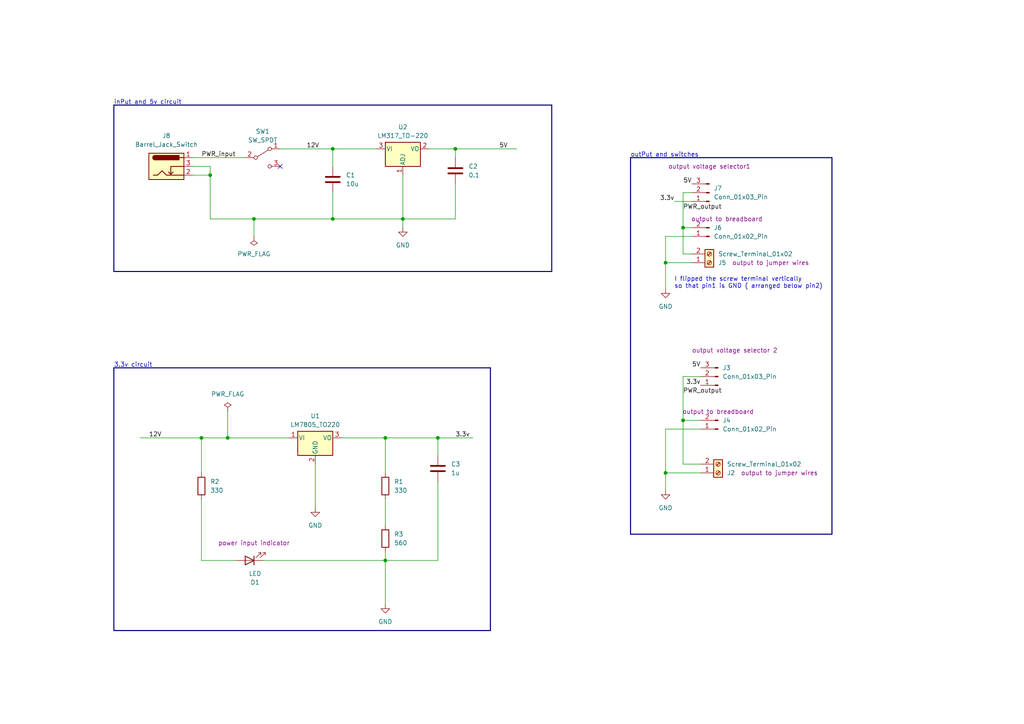
<source format=kicad_sch>
(kicad_sch (version 20230121) (generator eeschema)

  (uuid 43909810-9f03-4e15-a9c6-d2850e9e3400)

  (paper "A4")

  (title_block
    (title "learning kicad witha simple project")
    (date "2023-08-30")
    (rev "1")
    (comment 1 "palli kumar")
  )

  (lib_symbols
    (symbol "Connector:Barrel_Jack_Switch" (pin_names hide) (in_bom yes) (on_board yes)
      (property "Reference" "J" (at 0 5.334 0)
        (effects (font (size 1.27 1.27)))
      )
      (property "Value" "Barrel_Jack_Switch" (at 0 -5.08 0)
        (effects (font (size 1.27 1.27)))
      )
      (property "Footprint" "" (at 1.27 -1.016 0)
        (effects (font (size 1.27 1.27)) hide)
      )
      (property "Datasheet" "~" (at 1.27 -1.016 0)
        (effects (font (size 1.27 1.27)) hide)
      )
      (property "ki_keywords" "DC power barrel jack connector" (at 0 0 0)
        (effects (font (size 1.27 1.27)) hide)
      )
      (property "ki_description" "DC Barrel Jack with an internal switch" (at 0 0 0)
        (effects (font (size 1.27 1.27)) hide)
      )
      (property "ki_fp_filters" "BarrelJack*" (at 0 0 0)
        (effects (font (size 1.27 1.27)) hide)
      )
      (symbol "Barrel_Jack_Switch_0_1"
        (rectangle (start -5.08 3.81) (end 5.08 -3.81)
          (stroke (width 0.254) (type default))
          (fill (type background))
        )
        (arc (start -3.302 3.175) (mid -3.9343 2.54) (end -3.302 1.905)
          (stroke (width 0.254) (type default))
          (fill (type none))
        )
        (arc (start -3.302 3.175) (mid -3.9343 2.54) (end -3.302 1.905)
          (stroke (width 0.254) (type default))
          (fill (type outline))
        )
        (polyline
          (pts
            (xy 1.27 -2.286)
            (xy 1.905 -1.651)
          )
          (stroke (width 0.254) (type default))
          (fill (type none))
        )
        (polyline
          (pts
            (xy 5.08 2.54)
            (xy 3.81 2.54)
          )
          (stroke (width 0.254) (type default))
          (fill (type none))
        )
        (polyline
          (pts
            (xy 5.08 0)
            (xy 1.27 0)
            (xy 1.27 -2.286)
            (xy 0.635 -1.651)
          )
          (stroke (width 0.254) (type default))
          (fill (type none))
        )
        (polyline
          (pts
            (xy -3.81 -2.54)
            (xy -2.54 -2.54)
            (xy -1.27 -1.27)
            (xy 0 -2.54)
            (xy 2.54 -2.54)
            (xy 5.08 -2.54)
          )
          (stroke (width 0.254) (type default))
          (fill (type none))
        )
        (rectangle (start 3.683 3.175) (end -3.302 1.905)
          (stroke (width 0.254) (type default))
          (fill (type outline))
        )
      )
      (symbol "Barrel_Jack_Switch_1_1"
        (pin passive line (at 7.62 2.54 180) (length 2.54)
          (name "~" (effects (font (size 1.27 1.27))))
          (number "1" (effects (font (size 1.27 1.27))))
        )
        (pin passive line (at 7.62 -2.54 180) (length 2.54)
          (name "~" (effects (font (size 1.27 1.27))))
          (number "2" (effects (font (size 1.27 1.27))))
        )
        (pin passive line (at 7.62 0 180) (length 2.54)
          (name "~" (effects (font (size 1.27 1.27))))
          (number "3" (effects (font (size 1.27 1.27))))
        )
      )
    )
    (symbol "Connector:Conn_01x02_Pin" (pin_names (offset 1.016) hide) (in_bom yes) (on_board yes)
      (property "Reference" "J" (at 0 2.54 0)
        (effects (font (size 1.27 1.27)))
      )
      (property "Value" "Conn_01x02_Pin" (at 0 -5.08 0)
        (effects (font (size 1.27 1.27)))
      )
      (property "Footprint" "" (at 0 0 0)
        (effects (font (size 1.27 1.27)) hide)
      )
      (property "Datasheet" "~" (at 0 0 0)
        (effects (font (size 1.27 1.27)) hide)
      )
      (property "ki_locked" "" (at 0 0 0)
        (effects (font (size 1.27 1.27)))
      )
      (property "ki_keywords" "connector" (at 0 0 0)
        (effects (font (size 1.27 1.27)) hide)
      )
      (property "ki_description" "Generic connector, single row, 01x02, script generated" (at 0 0 0)
        (effects (font (size 1.27 1.27)) hide)
      )
      (property "ki_fp_filters" "Connector*:*_1x??_*" (at 0 0 0)
        (effects (font (size 1.27 1.27)) hide)
      )
      (symbol "Conn_01x02_Pin_1_1"
        (polyline
          (pts
            (xy 1.27 -2.54)
            (xy 0.8636 -2.54)
          )
          (stroke (width 0.1524) (type default))
          (fill (type none))
        )
        (polyline
          (pts
            (xy 1.27 0)
            (xy 0.8636 0)
          )
          (stroke (width 0.1524) (type default))
          (fill (type none))
        )
        (rectangle (start 0.8636 -2.413) (end 0 -2.667)
          (stroke (width 0.1524) (type default))
          (fill (type outline))
        )
        (rectangle (start 0.8636 0.127) (end 0 -0.127)
          (stroke (width 0.1524) (type default))
          (fill (type outline))
        )
        (pin passive line (at 5.08 0 180) (length 3.81)
          (name "Pin_1" (effects (font (size 1.27 1.27))))
          (number "1" (effects (font (size 1.27 1.27))))
        )
        (pin passive line (at 5.08 -2.54 180) (length 3.81)
          (name "Pin_2" (effects (font (size 1.27 1.27))))
          (number "2" (effects (font (size 1.27 1.27))))
        )
      )
    )
    (symbol "Connector:Conn_01x03_Pin" (pin_names (offset 1.016) hide) (in_bom yes) (on_board yes)
      (property "Reference" "J" (at 0 5.08 0)
        (effects (font (size 1.27 1.27)))
      )
      (property "Value" "Conn_01x03_Pin" (at 0 -5.08 0)
        (effects (font (size 1.27 1.27)))
      )
      (property "Footprint" "" (at 0 0 0)
        (effects (font (size 1.27 1.27)) hide)
      )
      (property "Datasheet" "~" (at 0 0 0)
        (effects (font (size 1.27 1.27)) hide)
      )
      (property "ki_locked" "" (at 0 0 0)
        (effects (font (size 1.27 1.27)))
      )
      (property "ki_keywords" "connector" (at 0 0 0)
        (effects (font (size 1.27 1.27)) hide)
      )
      (property "ki_description" "Generic connector, single row, 01x03, script generated" (at 0 0 0)
        (effects (font (size 1.27 1.27)) hide)
      )
      (property "ki_fp_filters" "Connector*:*_1x??_*" (at 0 0 0)
        (effects (font (size 1.27 1.27)) hide)
      )
      (symbol "Conn_01x03_Pin_1_1"
        (polyline
          (pts
            (xy 1.27 -2.54)
            (xy 0.8636 -2.54)
          )
          (stroke (width 0.1524) (type default))
          (fill (type none))
        )
        (polyline
          (pts
            (xy 1.27 0)
            (xy 0.8636 0)
          )
          (stroke (width 0.1524) (type default))
          (fill (type none))
        )
        (polyline
          (pts
            (xy 1.27 2.54)
            (xy 0.8636 2.54)
          )
          (stroke (width 0.1524) (type default))
          (fill (type none))
        )
        (rectangle (start 0.8636 -2.413) (end 0 -2.667)
          (stroke (width 0.1524) (type default))
          (fill (type outline))
        )
        (rectangle (start 0.8636 0.127) (end 0 -0.127)
          (stroke (width 0.1524) (type default))
          (fill (type outline))
        )
        (rectangle (start 0.8636 2.667) (end 0 2.413)
          (stroke (width 0.1524) (type default))
          (fill (type outline))
        )
        (pin passive line (at 5.08 2.54 180) (length 3.81)
          (name "Pin_1" (effects (font (size 1.27 1.27))))
          (number "1" (effects (font (size 1.27 1.27))))
        )
        (pin passive line (at 5.08 0 180) (length 3.81)
          (name "Pin_2" (effects (font (size 1.27 1.27))))
          (number "2" (effects (font (size 1.27 1.27))))
        )
        (pin passive line (at 5.08 -2.54 180) (length 3.81)
          (name "Pin_3" (effects (font (size 1.27 1.27))))
          (number "3" (effects (font (size 1.27 1.27))))
        )
      )
    )
    (symbol "Connector:Screw_Terminal_01x02" (pin_names (offset 1.016) hide) (in_bom yes) (on_board yes)
      (property "Reference" "J" (at 0 2.54 0)
        (effects (font (size 1.27 1.27)))
      )
      (property "Value" "Screw_Terminal_01x02" (at 0 -5.08 0)
        (effects (font (size 1.27 1.27)))
      )
      (property "Footprint" "" (at 0 0 0)
        (effects (font (size 1.27 1.27)) hide)
      )
      (property "Datasheet" "~" (at 0 0 0)
        (effects (font (size 1.27 1.27)) hide)
      )
      (property "ki_keywords" "screw terminal" (at 0 0 0)
        (effects (font (size 1.27 1.27)) hide)
      )
      (property "ki_description" "Generic screw terminal, single row, 01x02, script generated (kicad-library-utils/schlib/autogen/connector/)" (at 0 0 0)
        (effects (font (size 1.27 1.27)) hide)
      )
      (property "ki_fp_filters" "TerminalBlock*:*" (at 0 0 0)
        (effects (font (size 1.27 1.27)) hide)
      )
      (symbol "Screw_Terminal_01x02_1_1"
        (rectangle (start -1.27 1.27) (end 1.27 -3.81)
          (stroke (width 0.254) (type default))
          (fill (type background))
        )
        (circle (center 0 -2.54) (radius 0.635)
          (stroke (width 0.1524) (type default))
          (fill (type none))
        )
        (polyline
          (pts
            (xy -0.5334 -2.2098)
            (xy 0.3302 -3.048)
          )
          (stroke (width 0.1524) (type default))
          (fill (type none))
        )
        (polyline
          (pts
            (xy -0.5334 0.3302)
            (xy 0.3302 -0.508)
          )
          (stroke (width 0.1524) (type default))
          (fill (type none))
        )
        (polyline
          (pts
            (xy -0.3556 -2.032)
            (xy 0.508 -2.8702)
          )
          (stroke (width 0.1524) (type default))
          (fill (type none))
        )
        (polyline
          (pts
            (xy -0.3556 0.508)
            (xy 0.508 -0.3302)
          )
          (stroke (width 0.1524) (type default))
          (fill (type none))
        )
        (circle (center 0 0) (radius 0.635)
          (stroke (width 0.1524) (type default))
          (fill (type none))
        )
        (pin passive line (at -5.08 0 0) (length 3.81)
          (name "Pin_1" (effects (font (size 1.27 1.27))))
          (number "1" (effects (font (size 1.27 1.27))))
        )
        (pin passive line (at -5.08 -2.54 0) (length 3.81)
          (name "Pin_2" (effects (font (size 1.27 1.27))))
          (number "2" (effects (font (size 1.27 1.27))))
        )
      )
    )
    (symbol "Device:C" (pin_numbers hide) (pin_names (offset 0.254)) (in_bom yes) (on_board yes)
      (property "Reference" "C" (at 0.635 2.54 0)
        (effects (font (size 1.27 1.27)) (justify left))
      )
      (property "Value" "C" (at 0.635 -2.54 0)
        (effects (font (size 1.27 1.27)) (justify left))
      )
      (property "Footprint" "" (at 0.9652 -3.81 0)
        (effects (font (size 1.27 1.27)) hide)
      )
      (property "Datasheet" "~" (at 0 0 0)
        (effects (font (size 1.27 1.27)) hide)
      )
      (property "ki_keywords" "cap capacitor" (at 0 0 0)
        (effects (font (size 1.27 1.27)) hide)
      )
      (property "ki_description" "Unpolarized capacitor" (at 0 0 0)
        (effects (font (size 1.27 1.27)) hide)
      )
      (property "ki_fp_filters" "C_*" (at 0 0 0)
        (effects (font (size 1.27 1.27)) hide)
      )
      (symbol "C_0_1"
        (polyline
          (pts
            (xy -2.032 -0.762)
            (xy 2.032 -0.762)
          )
          (stroke (width 0.508) (type default))
          (fill (type none))
        )
        (polyline
          (pts
            (xy -2.032 0.762)
            (xy 2.032 0.762)
          )
          (stroke (width 0.508) (type default))
          (fill (type none))
        )
      )
      (symbol "C_1_1"
        (pin passive line (at 0 3.81 270) (length 2.794)
          (name "~" (effects (font (size 1.27 1.27))))
          (number "1" (effects (font (size 1.27 1.27))))
        )
        (pin passive line (at 0 -3.81 90) (length 2.794)
          (name "~" (effects (font (size 1.27 1.27))))
          (number "2" (effects (font (size 1.27 1.27))))
        )
      )
    )
    (symbol "Device:LED" (pin_numbers hide) (pin_names (offset 1.016) hide) (in_bom yes) (on_board yes)
      (property "Reference" "D" (at 0 2.54 0)
        (effects (font (size 1.27 1.27)))
      )
      (property "Value" "LED" (at 0 -2.54 0)
        (effects (font (size 1.27 1.27)))
      )
      (property "Footprint" "" (at 0 0 0)
        (effects (font (size 1.27 1.27)) hide)
      )
      (property "Datasheet" "~" (at 0 0 0)
        (effects (font (size 1.27 1.27)) hide)
      )
      (property "ki_keywords" "LED diode" (at 0 0 0)
        (effects (font (size 1.27 1.27)) hide)
      )
      (property "ki_description" "Light emitting diode" (at 0 0 0)
        (effects (font (size 1.27 1.27)) hide)
      )
      (property "ki_fp_filters" "LED* LED_SMD:* LED_THT:*" (at 0 0 0)
        (effects (font (size 1.27 1.27)) hide)
      )
      (symbol "LED_0_1"
        (polyline
          (pts
            (xy -1.27 -1.27)
            (xy -1.27 1.27)
          )
          (stroke (width 0.254) (type default))
          (fill (type none))
        )
        (polyline
          (pts
            (xy -1.27 0)
            (xy 1.27 0)
          )
          (stroke (width 0) (type default))
          (fill (type none))
        )
        (polyline
          (pts
            (xy 1.27 -1.27)
            (xy 1.27 1.27)
            (xy -1.27 0)
            (xy 1.27 -1.27)
          )
          (stroke (width 0.254) (type default))
          (fill (type none))
        )
        (polyline
          (pts
            (xy -3.048 -0.762)
            (xy -4.572 -2.286)
            (xy -3.81 -2.286)
            (xy -4.572 -2.286)
            (xy -4.572 -1.524)
          )
          (stroke (width 0) (type default))
          (fill (type none))
        )
        (polyline
          (pts
            (xy -1.778 -0.762)
            (xy -3.302 -2.286)
            (xy -2.54 -2.286)
            (xy -3.302 -2.286)
            (xy -3.302 -1.524)
          )
          (stroke (width 0) (type default))
          (fill (type none))
        )
      )
      (symbol "LED_1_1"
        (pin passive line (at -3.81 0 0) (length 2.54)
          (name "K" (effects (font (size 1.27 1.27))))
          (number "1" (effects (font (size 1.27 1.27))))
        )
        (pin passive line (at 3.81 0 180) (length 2.54)
          (name "A" (effects (font (size 1.27 1.27))))
          (number "2" (effects (font (size 1.27 1.27))))
        )
      )
    )
    (symbol "Device:R" (pin_numbers hide) (pin_names (offset 0)) (in_bom yes) (on_board yes)
      (property "Reference" "R" (at 2.032 0 90)
        (effects (font (size 1.27 1.27)))
      )
      (property "Value" "R" (at 0 0 90)
        (effects (font (size 1.27 1.27)))
      )
      (property "Footprint" "" (at -1.778 0 90)
        (effects (font (size 1.27 1.27)) hide)
      )
      (property "Datasheet" "~" (at 0 0 0)
        (effects (font (size 1.27 1.27)) hide)
      )
      (property "ki_keywords" "R res resistor" (at 0 0 0)
        (effects (font (size 1.27 1.27)) hide)
      )
      (property "ki_description" "Resistor" (at 0 0 0)
        (effects (font (size 1.27 1.27)) hide)
      )
      (property "ki_fp_filters" "R_*" (at 0 0 0)
        (effects (font (size 1.27 1.27)) hide)
      )
      (symbol "R_0_1"
        (rectangle (start -1.016 -2.54) (end 1.016 2.54)
          (stroke (width 0.254) (type default))
          (fill (type none))
        )
      )
      (symbol "R_1_1"
        (pin passive line (at 0 3.81 270) (length 1.27)
          (name "~" (effects (font (size 1.27 1.27))))
          (number "1" (effects (font (size 1.27 1.27))))
        )
        (pin passive line (at 0 -3.81 90) (length 1.27)
          (name "~" (effects (font (size 1.27 1.27))))
          (number "2" (effects (font (size 1.27 1.27))))
        )
      )
    )
    (symbol "Regulator_Linear:LM317_TO-220" (pin_names (offset 0.254)) (in_bom yes) (on_board yes)
      (property "Reference" "U" (at -3.81 3.175 0)
        (effects (font (size 1.27 1.27)))
      )
      (property "Value" "LM317_TO-220" (at 0 3.175 0)
        (effects (font (size 1.27 1.27)) (justify left))
      )
      (property "Footprint" "Package_TO_SOT_THT:TO-220-3_Vertical" (at 0 6.35 0)
        (effects (font (size 1.27 1.27) italic) hide)
      )
      (property "Datasheet" "http://www.ti.com/lit/ds/symlink/lm317.pdf" (at 0 0 0)
        (effects (font (size 1.27 1.27)) hide)
      )
      (property "ki_keywords" "Adjustable Voltage Regulator 1A Positive" (at 0 0 0)
        (effects (font (size 1.27 1.27)) hide)
      )
      (property "ki_description" "1.5A 35V Adjustable Linear Regulator, TO-220" (at 0 0 0)
        (effects (font (size 1.27 1.27)) hide)
      )
      (property "ki_fp_filters" "TO?220*" (at 0 0 0)
        (effects (font (size 1.27 1.27)) hide)
      )
      (symbol "LM317_TO-220_0_1"
        (rectangle (start -5.08 1.905) (end 5.08 -5.08)
          (stroke (width 0.254) (type default))
          (fill (type background))
        )
      )
      (symbol "LM317_TO-220_1_1"
        (pin input line (at 0 -7.62 90) (length 2.54)
          (name "ADJ" (effects (font (size 1.27 1.27))))
          (number "1" (effects (font (size 1.27 1.27))))
        )
        (pin power_out line (at 7.62 0 180) (length 2.54)
          (name "VO" (effects (font (size 1.27 1.27))))
          (number "2" (effects (font (size 1.27 1.27))))
        )
        (pin power_in line (at -7.62 0 0) (length 2.54)
          (name "VI" (effects (font (size 1.27 1.27))))
          (number "3" (effects (font (size 1.27 1.27))))
        )
      )
    )
    (symbol "Regulator_Linear:LM7805_TO220" (pin_names (offset 0.254)) (in_bom yes) (on_board yes)
      (property "Reference" "U" (at -3.81 3.175 0)
        (effects (font (size 1.27 1.27)))
      )
      (property "Value" "LM7805_TO220" (at 0 3.175 0)
        (effects (font (size 1.27 1.27)) (justify left))
      )
      (property "Footprint" "Package_TO_SOT_THT:TO-220-3_Vertical" (at 0 5.715 0)
        (effects (font (size 1.27 1.27) italic) hide)
      )
      (property "Datasheet" "https://www.onsemi.cn/PowerSolutions/document/MC7800-D.PDF" (at 0 -1.27 0)
        (effects (font (size 1.27 1.27)) hide)
      )
      (property "ki_keywords" "Voltage Regulator 1A Positive" (at 0 0 0)
        (effects (font (size 1.27 1.27)) hide)
      )
      (property "ki_description" "Positive 1A 35V Linear Regulator, Fixed Output 5V, TO-220" (at 0 0 0)
        (effects (font (size 1.27 1.27)) hide)
      )
      (property "ki_fp_filters" "TO?220*" (at 0 0 0)
        (effects (font (size 1.27 1.27)) hide)
      )
      (symbol "LM7805_TO220_0_1"
        (rectangle (start -5.08 1.905) (end 5.08 -5.08)
          (stroke (width 0.254) (type default))
          (fill (type background))
        )
      )
      (symbol "LM7805_TO220_1_1"
        (pin power_in line (at -7.62 0 0) (length 2.54)
          (name "VI" (effects (font (size 1.27 1.27))))
          (number "1" (effects (font (size 1.27 1.27))))
        )
        (pin power_in line (at 0 -7.62 90) (length 2.54)
          (name "GND" (effects (font (size 1.27 1.27))))
          (number "2" (effects (font (size 1.27 1.27))))
        )
        (pin power_out line (at 7.62 0 180) (length 2.54)
          (name "VO" (effects (font (size 1.27 1.27))))
          (number "3" (effects (font (size 1.27 1.27))))
        )
      )
    )
    (symbol "Switch:SW_SPDT" (pin_names (offset 0) hide) (in_bom yes) (on_board yes)
      (property "Reference" "SW" (at 0 4.318 0)
        (effects (font (size 1.27 1.27)))
      )
      (property "Value" "SW_SPDT" (at 0 -5.08 0)
        (effects (font (size 1.27 1.27)))
      )
      (property "Footprint" "" (at 0 0 0)
        (effects (font (size 1.27 1.27)) hide)
      )
      (property "Datasheet" "~" (at 0 0 0)
        (effects (font (size 1.27 1.27)) hide)
      )
      (property "ki_keywords" "switch single-pole double-throw spdt ON-ON" (at 0 0 0)
        (effects (font (size 1.27 1.27)) hide)
      )
      (property "ki_description" "Switch, single pole double throw" (at 0 0 0)
        (effects (font (size 1.27 1.27)) hide)
      )
      (symbol "SW_SPDT_0_0"
        (circle (center -2.032 0) (radius 0.508)
          (stroke (width 0) (type default))
          (fill (type none))
        )
        (circle (center 2.032 -2.54) (radius 0.508)
          (stroke (width 0) (type default))
          (fill (type none))
        )
      )
      (symbol "SW_SPDT_0_1"
        (polyline
          (pts
            (xy -1.524 0.254)
            (xy 1.651 2.286)
          )
          (stroke (width 0) (type default))
          (fill (type none))
        )
        (circle (center 2.032 2.54) (radius 0.508)
          (stroke (width 0) (type default))
          (fill (type none))
        )
      )
      (symbol "SW_SPDT_1_1"
        (pin passive line (at 5.08 2.54 180) (length 2.54)
          (name "A" (effects (font (size 1.27 1.27))))
          (number "1" (effects (font (size 1.27 1.27))))
        )
        (pin passive line (at -5.08 0 0) (length 2.54)
          (name "B" (effects (font (size 1.27 1.27))))
          (number "2" (effects (font (size 1.27 1.27))))
        )
        (pin passive line (at 5.08 -2.54 180) (length 2.54)
          (name "C" (effects (font (size 1.27 1.27))))
          (number "3" (effects (font (size 1.27 1.27))))
        )
      )
    )
    (symbol "power:GND" (power) (pin_names (offset 0)) (in_bom yes) (on_board yes)
      (property "Reference" "#PWR" (at 0 -6.35 0)
        (effects (font (size 1.27 1.27)) hide)
      )
      (property "Value" "GND" (at 0 -3.81 0)
        (effects (font (size 1.27 1.27)))
      )
      (property "Footprint" "" (at 0 0 0)
        (effects (font (size 1.27 1.27)) hide)
      )
      (property "Datasheet" "" (at 0 0 0)
        (effects (font (size 1.27 1.27)) hide)
      )
      (property "ki_keywords" "global power" (at 0 0 0)
        (effects (font (size 1.27 1.27)) hide)
      )
      (property "ki_description" "Power symbol creates a global label with name \"GND\" , ground" (at 0 0 0)
        (effects (font (size 1.27 1.27)) hide)
      )
      (symbol "GND_0_1"
        (polyline
          (pts
            (xy 0 0)
            (xy 0 -1.27)
            (xy 1.27 -1.27)
            (xy 0 -2.54)
            (xy -1.27 -1.27)
            (xy 0 -1.27)
          )
          (stroke (width 0) (type default))
          (fill (type none))
        )
      )
      (symbol "GND_1_1"
        (pin power_in line (at 0 0 270) (length 0) hide
          (name "GND" (effects (font (size 1.27 1.27))))
          (number "1" (effects (font (size 1.27 1.27))))
        )
      )
    )
    (symbol "power:PWR_FLAG" (power) (pin_numbers hide) (pin_names (offset 0) hide) (in_bom yes) (on_board yes)
      (property "Reference" "#FLG" (at 0 1.905 0)
        (effects (font (size 1.27 1.27)) hide)
      )
      (property "Value" "PWR_FLAG" (at 0 3.81 0)
        (effects (font (size 1.27 1.27)))
      )
      (property "Footprint" "" (at 0 0 0)
        (effects (font (size 1.27 1.27)) hide)
      )
      (property "Datasheet" "~" (at 0 0 0)
        (effects (font (size 1.27 1.27)) hide)
      )
      (property "ki_keywords" "flag power" (at 0 0 0)
        (effects (font (size 1.27 1.27)) hide)
      )
      (property "ki_description" "Special symbol for telling ERC where power comes from" (at 0 0 0)
        (effects (font (size 1.27 1.27)) hide)
      )
      (symbol "PWR_FLAG_0_0"
        (pin power_out line (at 0 0 90) (length 0)
          (name "pwr" (effects (font (size 1.27 1.27))))
          (number "1" (effects (font (size 1.27 1.27))))
        )
      )
      (symbol "PWR_FLAG_0_1"
        (polyline
          (pts
            (xy 0 0)
            (xy 0 1.27)
            (xy -1.016 1.905)
            (xy 0 2.54)
            (xy 1.016 1.905)
            (xy 0 1.27)
          )
          (stroke (width 0) (type default))
          (fill (type none))
        )
      )
    )
  )

  (junction (at 198.12 121.92) (diameter 0) (color 0 0 0 0)
    (uuid 0394906e-6665-4977-85b4-dccbdafad8fc)
  )
  (junction (at 96.52 63.5) (diameter 0) (color 0 0 0 0)
    (uuid 07ca7f24-85e6-4176-b23d-bf30018c9ee4)
  )
  (junction (at 198.12 66.04) (diameter 0) (color 0 0 0 0)
    (uuid 0944ed10-eeb0-46db-aec6-1ce7117abe64)
  )
  (junction (at 111.76 127) (diameter 0) (color 0 0 0 0)
    (uuid 188027da-70c9-402a-969d-2f590005dadc)
  )
  (junction (at 73.66 63.5) (diameter 0) (color 0 0 0 0)
    (uuid 190c9841-4d49-4378-9d1c-c5920da35e07)
  )
  (junction (at 193.04 76.2) (diameter 0) (color 0 0 0 0)
    (uuid 20a1cd37-4656-4737-8233-7186da643580)
  )
  (junction (at 193.04 137.16) (diameter 0) (color 0 0 0 0)
    (uuid 22be866d-94d5-4411-8b28-2c228e854430)
  )
  (junction (at 116.84 63.5) (diameter 0) (color 0 0 0 0)
    (uuid 43adbed7-802f-4d17-81e6-837158c1fd58)
  )
  (junction (at 96.52 43.18) (diameter 0) (color 0 0 0 0)
    (uuid 686b6b0a-9242-4b1a-9d8f-ba69bb085fb4)
  )
  (junction (at 127 127) (diameter 0) (color 0 0 0 0)
    (uuid 8a233813-0029-4e62-9a35-bfa59388448e)
  )
  (junction (at 66.04 127) (diameter 0) (color 0 0 0 0)
    (uuid 8d77a306-a572-4f9c-834b-f2c834b71436)
  )
  (junction (at 111.76 162.56) (diameter 0) (color 0 0 0 0)
    (uuid b91f6637-f7ce-4186-96da-989c9305166e)
  )
  (junction (at 58.42 127) (diameter 0) (color 0 0 0 0)
    (uuid c0f0b83a-5a44-44de-9fb6-dd8c0726899b)
  )
  (junction (at 60.96 50.8) (diameter 0) (color 0 0 0 0)
    (uuid d90206c5-6d3b-4a5d-8e63-1c32ed6eb234)
  )
  (junction (at 132.08 43.18) (diameter 0) (color 0 0 0 0)
    (uuid f3f6211c-e0f4-4e5f-8ded-dc347cdef04e)
  )

  (no_connect (at 81.28 48.26) (uuid c7fcc890-eb2c-4c7b-af4d-5f411ff60374))

  (wire (pts (xy 66.04 119.38) (xy 66.04 127))
    (stroke (width 0) (type default))
    (uuid 008e36c1-7dab-4f2a-97f5-d8e249704e8f)
  )
  (wire (pts (xy 132.08 43.18) (xy 132.08 45.72))
    (stroke (width 0) (type default))
    (uuid 0367d060-5353-47ed-b2ab-ac11684e4e56)
  )
  (wire (pts (xy 116.84 63.5) (xy 116.84 66.04))
    (stroke (width 0) (type default))
    (uuid 14e141fe-14a8-4799-a792-c15c6ff39455)
  )
  (wire (pts (xy 198.12 134.62) (xy 198.12 121.92))
    (stroke (width 0) (type default))
    (uuid 1800e5c7-fb1d-4507-baac-e9abdc170a24)
  )
  (wire (pts (xy 58.42 127) (xy 58.42 137.16))
    (stroke (width 0) (type default))
    (uuid 1e71df9d-61b9-4a31-8ccd-f8099d4ee165)
  )
  (wire (pts (xy 58.42 127) (xy 66.04 127))
    (stroke (width 0) (type default))
    (uuid 1f7b587e-b5d1-45ce-99be-ac6251afcc80)
  )
  (wire (pts (xy 91.44 134.62) (xy 91.44 147.32))
    (stroke (width 0) (type default))
    (uuid 212088ce-e3f7-4429-ba0d-c0929ff58c5e)
  )
  (bus (pts (xy 142.24 182.88) (xy 33.02 182.88))
    (stroke (width 0) (type default))
    (uuid 21656809-ae37-4fb8-8f8b-76e726d66af6)
  )

  (wire (pts (xy 198.12 55.88) (xy 198.12 66.04))
    (stroke (width 0) (type default))
    (uuid 23af225f-9c92-4e02-80e1-2d2030957d1d)
  )
  (wire (pts (xy 193.04 137.16) (xy 193.04 142.24))
    (stroke (width 0) (type default))
    (uuid 2c9cfa76-489f-4393-a37c-b8d20d5412ed)
  )
  (wire (pts (xy 58.42 144.78) (xy 58.42 162.56))
    (stroke (width 0) (type default))
    (uuid 2df3831d-cd60-4497-93a3-527b6dd033d6)
  )
  (wire (pts (xy 193.04 76.2) (xy 200.66 76.2))
    (stroke (width 0) (type default))
    (uuid 2fc08410-d04b-4402-8c1d-cba014be0722)
  )
  (wire (pts (xy 111.76 162.56) (xy 127 162.56))
    (stroke (width 0) (type default))
    (uuid 3027e248-f890-4d09-b71e-8fe2d21d3b2f)
  )
  (bus (pts (xy 142.24 106.68) (xy 142.24 182.88))
    (stroke (width 0) (type default))
    (uuid 335bd15d-bfd0-47f2-ac88-776876ccbd24)
  )

  (wire (pts (xy 99.06 127) (xy 111.76 127))
    (stroke (width 0) (type default))
    (uuid 339ef948-fc5b-4427-adeb-b734db16533a)
  )
  (wire (pts (xy 198.12 66.04) (xy 198.12 73.66))
    (stroke (width 0) (type default))
    (uuid 39201432-4183-48d3-bb64-5695511b6343)
  )
  (wire (pts (xy 200.66 66.04) (xy 198.12 66.04))
    (stroke (width 0) (type default))
    (uuid 3fc25726-a170-4d57-a2ae-05fe85c1c8d7)
  )
  (wire (pts (xy 203.2 124.46) (xy 193.04 124.46))
    (stroke (width 0) (type default))
    (uuid 459f9915-1cb5-4c41-89cf-b0e154dac8d4)
  )
  (wire (pts (xy 111.76 144.78) (xy 111.76 152.4))
    (stroke (width 0) (type default))
    (uuid 52d86e6c-4e21-4d99-86c2-1c79c9eec615)
  )
  (wire (pts (xy 73.66 63.5) (xy 73.66 68.58))
    (stroke (width 0) (type default))
    (uuid 5308c2d5-9147-4d4d-bfcb-07a0e5d689ed)
  )
  (wire (pts (xy 60.96 48.26) (xy 60.96 50.8))
    (stroke (width 0) (type default))
    (uuid 5603def6-baf7-4236-87ec-7785810951ed)
  )
  (wire (pts (xy 200.66 55.88) (xy 198.12 55.88))
    (stroke (width 0) (type default))
    (uuid 58c6ddd2-52f3-4075-92aa-e2b1494098b8)
  )
  (bus (pts (xy 33.02 106.68) (xy 142.24 106.68))
    (stroke (width 0) (type default))
    (uuid 59275dc5-d1ba-44b8-b546-29772897bce4)
  )

  (wire (pts (xy 111.76 162.56) (xy 111.76 175.26))
    (stroke (width 0) (type default))
    (uuid 5b5b1a1a-e735-4918-b92b-e60ebd41943e)
  )
  (bus (pts (xy 33.02 30.48) (xy 160.02 30.48))
    (stroke (width 0) (type default))
    (uuid 605e129a-e3f4-45a4-bac1-fb8b291537c7)
  )

  (wire (pts (xy 58.42 162.56) (xy 68.58 162.56))
    (stroke (width 0) (type default))
    (uuid 631cfb30-40d9-40dc-b563-b82c97d447f8)
  )
  (wire (pts (xy 96.52 55.88) (xy 96.52 63.5))
    (stroke (width 0) (type default))
    (uuid 633c4f70-31ce-4b4e-87d1-d1afdf8e8564)
  )
  (wire (pts (xy 124.46 43.18) (xy 132.08 43.18))
    (stroke (width 0) (type default))
    (uuid 6537120a-ef8c-4b13-bc95-d31d4f470f9d)
  )
  (bus (pts (xy 33.02 30.48) (xy 33.02 78.74))
    (stroke (width 0) (type default))
    (uuid 678d26c1-3905-4932-8de1-1d3ebce458cc)
  )

  (wire (pts (xy 195.58 58.42) (xy 200.66 58.42))
    (stroke (width 0) (type default))
    (uuid 68961a25-b8d9-4cf8-907a-b989031498af)
  )
  (bus (pts (xy 182.88 45.72) (xy 241.3 45.72))
    (stroke (width 0) (type default))
    (uuid 6a57397b-218f-4007-acbc-9dd0983b91e5)
  )

  (wire (pts (xy 127 127) (xy 127 132.08))
    (stroke (width 0) (type default))
    (uuid 6ca1797b-6a16-450b-875d-0e22c4791348)
  )
  (wire (pts (xy 76.2 162.56) (xy 111.76 162.56))
    (stroke (width 0) (type default))
    (uuid 6f1f2d7f-9d60-42fc-89df-6fe3f111ed19)
  )
  (wire (pts (xy 55.88 45.72) (xy 71.12 45.72))
    (stroke (width 0) (type default))
    (uuid 73fb21a9-b6f3-4f32-bda9-71f28de51381)
  )
  (wire (pts (xy 132.08 43.18) (xy 149.86 43.18))
    (stroke (width 0) (type default))
    (uuid 757272eb-38bc-4fab-81e8-40e5388690b9)
  )
  (bus (pts (xy 33.02 106.68) (xy 33.02 182.88))
    (stroke (width 0) (type default))
    (uuid 77bfc3ad-2737-4a7f-add5-6247a3102694)
  )

  (wire (pts (xy 200.66 68.58) (xy 193.04 68.58))
    (stroke (width 0) (type default))
    (uuid 7bddf4c0-e7fb-4eaf-a986-e6f0fd8b1320)
  )
  (wire (pts (xy 40.64 127) (xy 58.42 127))
    (stroke (width 0) (type default))
    (uuid 7caf1078-49a5-4c4c-893f-e62eb8a17c39)
  )
  (wire (pts (xy 203.2 134.62) (xy 198.12 134.62))
    (stroke (width 0) (type default))
    (uuid 7fa95a5b-66ea-4019-ae05-174b5e3c5264)
  )
  (wire (pts (xy 198.12 73.66) (xy 200.66 73.66))
    (stroke (width 0) (type default))
    (uuid 8598fd0b-d0fa-4682-acdd-64551cfa67e6)
  )
  (wire (pts (xy 55.88 50.8) (xy 60.96 50.8))
    (stroke (width 0) (type default))
    (uuid 86ca93b5-25ed-43a3-ae35-08cc1c30e476)
  )
  (wire (pts (xy 60.96 50.8) (xy 60.96 63.5))
    (stroke (width 0) (type default))
    (uuid 872d6391-6713-46d1-898f-650af97d383c)
  )
  (wire (pts (xy 111.76 127) (xy 127 127))
    (stroke (width 0) (type default))
    (uuid 877ff3dd-c931-49da-a5ee-1336a4469342)
  )
  (wire (pts (xy 81.28 43.18) (xy 96.52 43.18))
    (stroke (width 0) (type default))
    (uuid 89b901f7-539a-4cc4-a38a-21d8dce11618)
  )
  (bus (pts (xy 241.3 45.72) (xy 241.3 154.94))
    (stroke (width 0) (type default))
    (uuid 8dc8de9c-1afa-4c42-9f7a-1a9df769d187)
  )

  (wire (pts (xy 73.66 63.5) (xy 96.52 63.5))
    (stroke (width 0) (type default))
    (uuid 94591539-fa08-42b7-b516-710fa8632b62)
  )
  (wire (pts (xy 193.04 68.58) (xy 193.04 76.2))
    (stroke (width 0) (type default))
    (uuid 949f3fdc-2f7a-4f85-9733-ec06d936615d)
  )
  (wire (pts (xy 132.08 63.5) (xy 116.84 63.5))
    (stroke (width 0) (type default))
    (uuid 95981b27-9f8d-49e1-aff1-3322e592edff)
  )
  (wire (pts (xy 96.52 43.18) (xy 96.52 48.26))
    (stroke (width 0) (type default))
    (uuid a5ee4ede-cbe7-492b-91f9-274a4060ef6d)
  )
  (wire (pts (xy 96.52 43.18) (xy 109.22 43.18))
    (stroke (width 0) (type default))
    (uuid a90c749c-f40d-4e39-b132-511be7392ab5)
  )
  (wire (pts (xy 66.04 127) (xy 83.82 127))
    (stroke (width 0) (type default))
    (uuid ad43bde7-9dfb-46e2-bdb0-1e8b2a172444)
  )
  (wire (pts (xy 127 139.7) (xy 127 162.56))
    (stroke (width 0) (type default))
    (uuid afaed5a8-b206-46fe-b54d-14393a2b4395)
  )
  (wire (pts (xy 193.04 83.82) (xy 193.04 76.2))
    (stroke (width 0) (type default))
    (uuid b094f381-617b-4af4-bd08-e91726592018)
  )
  (wire (pts (xy 96.52 63.5) (xy 116.84 63.5))
    (stroke (width 0) (type default))
    (uuid b173a9dc-b07a-4537-a83e-2dd75322266b)
  )
  (wire (pts (xy 203.2 109.22) (xy 198.12 109.22))
    (stroke (width 0) (type default))
    (uuid b1f1d328-a458-48fe-905f-1e5efc151d2b)
  )
  (wire (pts (xy 193.04 124.46) (xy 193.04 137.16))
    (stroke (width 0) (type default))
    (uuid b4748603-3f95-4ec2-99e2-b41402905817)
  )
  (bus (pts (xy 182.88 154.94) (xy 182.88 45.72))
    (stroke (width 0) (type default))
    (uuid b6be75c1-172f-49f6-972b-bb485b8a8f8c)
  )

  (wire (pts (xy 111.76 160.02) (xy 111.76 162.56))
    (stroke (width 0) (type default))
    (uuid bff3531c-0ef0-41f3-a0b0-24bb81638413)
  )
  (bus (pts (xy 241.3 154.94) (xy 182.88 154.94))
    (stroke (width 0) (type default))
    (uuid c21cb337-674b-42cd-8957-71da168a4aa7)
  )

  (wire (pts (xy 60.96 63.5) (xy 73.66 63.5))
    (stroke (width 0) (type default))
    (uuid c3b11d9d-8f2d-4b60-a365-794d072e6e97)
  )
  (bus (pts (xy 160.02 78.74) (xy 160.02 30.48))
    (stroke (width 0) (type default))
    (uuid c6d051df-22cb-490b-80db-40e778260416)
  )

  (wire (pts (xy 198.12 121.92) (xy 203.2 121.92))
    (stroke (width 0) (type default))
    (uuid c9504666-9465-4db0-a369-8f3ec5f2fe75)
  )
  (wire (pts (xy 198.12 109.22) (xy 198.12 121.92))
    (stroke (width 0) (type default))
    (uuid d3a27064-822c-4871-a4b6-2bf669c5d641)
  )
  (bus (pts (xy 33.02 78.74) (xy 160.02 78.74))
    (stroke (width 0) (type default))
    (uuid d99dec9d-b130-4a26-bb40-1147c2fe4c14)
  )

  (wire (pts (xy 116.84 50.8) (xy 116.84 63.5))
    (stroke (width 0) (type default))
    (uuid d9ae5854-4725-4467-87e0-f6640a096761)
  )
  (wire (pts (xy 127 127) (xy 137.16 127))
    (stroke (width 0) (type default))
    (uuid dbc83a44-65d1-4a78-9501-345755051f89)
  )
  (wire (pts (xy 203.2 137.16) (xy 193.04 137.16))
    (stroke (width 0) (type default))
    (uuid e47dbe1a-9ef5-4d66-b3f9-68616549c46c)
  )
  (wire (pts (xy 132.08 53.34) (xy 132.08 63.5))
    (stroke (width 0) (type default))
    (uuid f1187a4c-a449-4740-9c0a-ddb65fc89fae)
  )
  (wire (pts (xy 111.76 127) (xy 111.76 137.16))
    (stroke (width 0) (type default))
    (uuid f292f107-030a-4954-805b-929302c1aa01)
  )
  (wire (pts (xy 55.88 48.26) (xy 60.96 48.26))
    (stroke (width 0) (type default))
    (uuid f7dee0fc-d8c6-4e02-8254-2c142ac5276e)
  )

  (text "inPut and 5v circuit" (at 33.02 30.48 0)
    (effects (font (size 1.27 1.27)) (justify left bottom))
    (uuid 084dbc1c-9525-4434-a1af-ff822c046edf)
  )
  (text "outPut and switches" (at 182.88 45.72 0)
    (effects (font (size 1.27 1.27)) (justify left bottom))
    (uuid b8363186-b62a-433b-92f9-7f173e007159)
  )
  (text "3.3v circuit" (at 33.02 106.68 0)
    (effects (font (size 1.27 1.27)) (justify left bottom))
    (uuid e8ee975f-5857-4814-b917-69c8fedb7f11)
  )
  (text "I flipped the screw terminal vertically\nso that pin1 is GND ( arranged below pin2)"
    (at 195.58 83.82 0)
    (effects (font (size 1.27 1.27)) (justify left bottom))
    (uuid fb454728-3c47-471b-beb5-de5818859a63)
  )

  (label "12V" (at 43.18 127 0) (fields_autoplaced)
    (effects (font (size 1.27 1.27)) (justify left bottom))
    (uuid 1e425a04-0551-4fb7-994a-4e3de8667964)
  )
  (label "PWR_output" (at 198.12 114.3 0) (fields_autoplaced)
    (effects (font (size 1.27 1.27)) (justify left bottom))
    (uuid 35dc5197-a93a-4bac-ade3-d5d034eae77c)
  )
  (label "5V" (at 203.2 106.68 180) (fields_autoplaced)
    (effects (font (size 1.27 1.27)) (justify right bottom))
    (uuid 4416ba17-0173-495c-b131-9c8ce6ac99a5)
  )
  (label "PWR_output" (at 198.12 60.96 0) (fields_autoplaced)
    (effects (font (size 1.27 1.27)) (justify left bottom))
    (uuid 4c9eeb09-840d-4dc9-920d-41148d692023)
  )
  (label "12V" (at 88.9 43.18 0) (fields_autoplaced)
    (effects (font (size 1.27 1.27)) (justify left bottom))
    (uuid 55cf555a-84c6-46da-927d-bc1b172ca5c2)
  )
  (label "5V" (at 200.66 53.34 180) (fields_autoplaced)
    (effects (font (size 1.27 1.27)) (justify right bottom))
    (uuid 62aba9fc-a760-4156-8724-2b857e987f5b)
  )
  (label "PWR_input" (at 58.42 45.72 0) (fields_autoplaced)
    (effects (font (size 1.27 1.27)) (justify left bottom))
    (uuid 694cd2f8-c5ea-4821-bcca-7f159223ab27)
  )
  (label "3.3v" (at 195.58 58.42 180) (fields_autoplaced)
    (effects (font (size 1.27 1.27)) (justify right bottom))
    (uuid 76114c03-af01-4399-bf33-8f38e5b75735)
  )
  (label "3.3v" (at 203.2 111.76 180) (fields_autoplaced)
    (effects (font (size 1.27 1.27)) (justify right bottom))
    (uuid cbe3e4a0-cdb0-4627-91ad-de4b00aeaf86)
  )
  (label "5V" (at 144.78 43.18 0) (fields_autoplaced)
    (effects (font (size 1.27 1.27)) (justify left bottom))
    (uuid cfb41fc3-9267-48df-b623-4f0b031abbdb)
  )
  (label "3.3v" (at 132.08 127 0) (fields_autoplaced)
    (effects (font (size 1.27 1.27)) (justify left bottom))
    (uuid f5227dc4-6a67-47c8-9c06-496a4386aebe)
  )

  (symbol (lib_id "Connector:Barrel_Jack_Switch") (at 48.26 48.26 0) (unit 1)
    (in_bom yes) (on_board yes) (dnp no) (fields_autoplaced)
    (uuid 03ee4153-31ee-40ec-909d-f6c5001d0533)
    (property "Reference" "J8" (at 48.26 39.37 0)
      (effects (font (size 1.27 1.27)))
    )
    (property "Value" "Barrel_Jack_Switch" (at 48.26 41.91 0)
      (effects (font (size 1.27 1.27)))
    )
    (property "Footprint" "Connector_BarrelJack:BarrelJack_Horizontal" (at 49.53 49.276 0)
      (effects (font (size 1.27 1.27)) hide)
    )
    (property "Datasheet" "~" (at 49.53 49.276 0)
      (effects (font (size 1.27 1.27)) hide)
    )
    (pin "1" (uuid efb083c1-93fd-41e8-bfad-09f316d870f8))
    (pin "2" (uuid a83b68dc-12ac-4416-b66d-33897f5922fa))
    (pin "3" (uuid 75228a68-ffb9-45ec-b344-b4c9be6fcafd))
    (instances
      (project "bread board"
        (path "/43909810-9f03-4e15-a9c6-d2850e9e3400"
          (reference "J8") (unit 1)
        )
      )
    )
  )

  (symbol (lib_id "Connector:Screw_Terminal_01x02") (at 205.74 76.2 0) (mirror x) (unit 1)
    (in_bom yes) (on_board yes) (dnp no)
    (uuid 096d3716-b7bf-4e79-b63b-b032e9bb9721)
    (property "Reference" "J5" (at 208.28 76.2 0)
      (effects (font (size 1.27 1.27)) (justify left))
    )
    (property "Value" "Screw_Terminal_01x02" (at 208.28 73.66 0)
      (effects (font (size 1.27 1.27)) (justify left))
    )
    (property "Footprint" "TerminalBlock:TerminalBlock_bornier-2_P5.08mm" (at 205.74 76.2 0)
      (effects (font (size 1.27 1.27)) hide)
    )
    (property "Datasheet" "~" (at 205.74 76.2 0)
      (effects (font (size 1.27 1.27)) hide)
    )
    (property "purpose" "output to jumper wires" (at 223.52 76.2 0)
      (effects (font (size 1.27 1.27)))
    )
    (pin "1" (uuid 5f9e6cf6-d10e-4e1c-93b7-185842188f45))
    (pin "2" (uuid e0a044cd-8fb5-4aea-8a76-1179890e8d75))
    (instances
      (project "bread board"
        (path "/43909810-9f03-4e15-a9c6-d2850e9e3400"
          (reference "J5") (unit 1)
        )
      )
    )
  )

  (symbol (lib_id "power:PWR_FLAG") (at 73.66 68.58 180) (unit 1)
    (in_bom yes) (on_board yes) (dnp no) (fields_autoplaced)
    (uuid 0a43235a-0b84-483f-ab54-dc3cb11bf560)
    (property "Reference" "#FLG01" (at 73.66 70.485 0)
      (effects (font (size 1.27 1.27)) hide)
    )
    (property "Value" "PWR_FLAG" (at 73.66 73.66 0)
      (effects (font (size 1.27 1.27)))
    )
    (property "Footprint" "" (at 73.66 68.58 0)
      (effects (font (size 1.27 1.27)) hide)
    )
    (property "Datasheet" "~" (at 73.66 68.58 0)
      (effects (font (size 1.27 1.27)) hide)
    )
    (pin "1" (uuid 03ff127e-e012-46d6-9d96-a7cee78c856a))
    (instances
      (project "bread board"
        (path "/43909810-9f03-4e15-a9c6-d2850e9e3400"
          (reference "#FLG01") (unit 1)
        )
      )
    )
  )

  (symbol (lib_id "Device:R") (at 58.42 140.97 180) (unit 1)
    (in_bom yes) (on_board yes) (dnp no) (fields_autoplaced)
    (uuid 0e64b766-1aba-41df-ab58-a8a8858942d1)
    (property "Reference" "R2" (at 60.96 139.7 0)
      (effects (font (size 1.27 1.27)) (justify right))
    )
    (property "Value" "330" (at 60.96 142.24 0)
      (effects (font (size 1.27 1.27)) (justify right))
    )
    (property "Footprint" "Resistor_THT:R_Axial_DIN0204_L3.6mm_D1.6mm_P7.62mm_Horizontal" (at 60.198 140.97 90)
      (effects (font (size 1.27 1.27)) hide)
    )
    (property "Datasheet" "~" (at 58.42 140.97 0)
      (effects (font (size 1.27 1.27)) hide)
    )
    (pin "1" (uuid 78d667be-88b2-42fc-9157-f8f95e5c902d))
    (pin "2" (uuid 39319cbc-4428-4c57-b64d-2745bb479a3b))
    (instances
      (project "bread board"
        (path "/43909810-9f03-4e15-a9c6-d2850e9e3400"
          (reference "R2") (unit 1)
        )
      )
    )
  )

  (symbol (lib_id "Connector:Screw_Terminal_01x02") (at 208.28 137.16 0) (mirror x) (unit 1)
    (in_bom yes) (on_board yes) (dnp no)
    (uuid 119146d5-1def-4049-8ccb-b4fabbdfa49c)
    (property "Reference" "J2" (at 210.82 137.16 0)
      (effects (font (size 1.27 1.27)) (justify left))
    )
    (property "Value" "Screw_Terminal_01x02" (at 210.82 134.62 0)
      (effects (font (size 1.27 1.27)) (justify left))
    )
    (property "Footprint" "TerminalBlock:TerminalBlock_bornier-2_P5.08mm" (at 208.28 137.16 0)
      (effects (font (size 1.27 1.27)) hide)
    )
    (property "Datasheet" "~" (at 208.28 137.16 0)
      (effects (font (size 1.27 1.27)) hide)
    )
    (property "purpose" "output to jumper wires" (at 226.06 137.16 0)
      (effects (font (size 1.27 1.27)))
    )
    (pin "1" (uuid 721f5b03-dea8-4940-8956-0c7c3abda735))
    (pin "2" (uuid 92d6abe2-94f9-4e50-974a-e042cdb2c4f2))
    (instances
      (project "bread board"
        (path "/43909810-9f03-4e15-a9c6-d2850e9e3400"
          (reference "J2") (unit 1)
        )
      )
    )
  )

  (symbol (lib_id "power:GND") (at 111.76 175.26 0) (unit 1)
    (in_bom yes) (on_board yes) (dnp no) (fields_autoplaced)
    (uuid 1f0a1dee-bb33-445c-bdd0-cb94eb03c4a6)
    (property "Reference" "#PWR02" (at 111.76 181.61 0)
      (effects (font (size 1.27 1.27)) hide)
    )
    (property "Value" "GND" (at 111.76 180.34 0)
      (effects (font (size 1.27 1.27)))
    )
    (property "Footprint" "" (at 111.76 175.26 0)
      (effects (font (size 1.27 1.27)) hide)
    )
    (property "Datasheet" "" (at 111.76 175.26 0)
      (effects (font (size 1.27 1.27)) hide)
    )
    (pin "1" (uuid e4afe27f-bbf5-4086-918d-845436b63750))
    (instances
      (project "bread board"
        (path "/43909810-9f03-4e15-a9c6-d2850e9e3400"
          (reference "#PWR02") (unit 1)
        )
      )
    )
  )

  (symbol (lib_id "Regulator_Linear:LM317_TO-220") (at 116.84 43.18 0) (unit 1)
    (in_bom yes) (on_board yes) (dnp no) (fields_autoplaced)
    (uuid 39070f3e-c986-405d-ba5b-db063def67ff)
    (property "Reference" "U2" (at 116.84 36.83 0)
      (effects (font (size 1.27 1.27)))
    )
    (property "Value" "LM317_TO-220" (at 116.84 39.37 0)
      (effects (font (size 1.27 1.27)))
    )
    (property "Footprint" "Package_TO_SOT_THT:TO-220-3_Vertical" (at 116.84 36.83 0)
      (effects (font (size 1.27 1.27) italic) hide)
    )
    (property "Datasheet" "http://www.ti.com/lit/ds/symlink/lm317.pdf" (at 116.84 43.18 0)
      (effects (font (size 1.27 1.27)) hide)
    )
    (pin "1" (uuid c7a2ad36-893c-41ea-80c5-7e2ababc7e99))
    (pin "2" (uuid ca00eb1e-9bc5-419d-9d28-cfb27c3d0f90))
    (pin "3" (uuid 2829a89b-57b4-402e-964e-b663236dbee0))
    (instances
      (project "bread board"
        (path "/43909810-9f03-4e15-a9c6-d2850e9e3400"
          (reference "U2") (unit 1)
        )
      )
    )
  )

  (symbol (lib_id "Device:C") (at 127 135.89 0) (unit 1)
    (in_bom yes) (on_board yes) (dnp no) (fields_autoplaced)
    (uuid 45d1ae12-aa68-4625-aca1-73ba99a32361)
    (property "Reference" "C3" (at 130.81 134.62 0)
      (effects (font (size 1.27 1.27)) (justify left))
    )
    (property "Value" "1u" (at 130.81 137.16 0)
      (effects (font (size 1.27 1.27)) (justify left))
    )
    (property "Footprint" "Capacitor_THT:C_Disc_D3.0mm_W1.6mm_P2.50mm" (at 127.9652 139.7 0)
      (effects (font (size 1.27 1.27)) hide)
    )
    (property "Datasheet" "~" (at 127 135.89 0)
      (effects (font (size 1.27 1.27)) hide)
    )
    (pin "1" (uuid 8bc3157a-5f27-4146-9104-1e4f0b67ac13))
    (pin "2" (uuid 330dab4c-75cd-48eb-8e04-309d9033c92a))
    (instances
      (project "bread board"
        (path "/43909810-9f03-4e15-a9c6-d2850e9e3400"
          (reference "C3") (unit 1)
        )
      )
    )
  )

  (symbol (lib_id "Device:C") (at 96.52 52.07 0) (unit 1)
    (in_bom yes) (on_board yes) (dnp no) (fields_autoplaced)
    (uuid 5936a6f6-3804-41c3-bfb7-be77ef332f98)
    (property "Reference" "C1" (at 100.33 50.8 0)
      (effects (font (size 1.27 1.27)) (justify left))
    )
    (property "Value" "10u" (at 100.33 53.34 0)
      (effects (font (size 1.27 1.27)) (justify left))
    )
    (property "Footprint" "Capacitor_THT:C_Disc_D3.0mm_W1.6mm_P2.50mm" (at 97.4852 55.88 0)
      (effects (font (size 1.27 1.27)) hide)
    )
    (property "Datasheet" "~" (at 96.52 52.07 0)
      (effects (font (size 1.27 1.27)) hide)
    )
    (pin "1" (uuid 744ba250-e26f-405e-bd31-f47f14bf4ac0))
    (pin "2" (uuid 36d90ca3-b057-4bb7-9546-591b47f03d03))
    (instances
      (project "bread board"
        (path "/43909810-9f03-4e15-a9c6-d2850e9e3400"
          (reference "C1") (unit 1)
        )
      )
    )
  )

  (symbol (lib_id "power:GND") (at 193.04 142.24 0) (unit 1)
    (in_bom yes) (on_board yes) (dnp no) (fields_autoplaced)
    (uuid 593e14c5-28a2-48a7-a7cf-eb2297adecaf)
    (property "Reference" "#PWR03" (at 193.04 148.59 0)
      (effects (font (size 1.27 1.27)) hide)
    )
    (property "Value" "GND" (at 193.04 147.32 0)
      (effects (font (size 1.27 1.27)))
    )
    (property "Footprint" "" (at 193.04 142.24 0)
      (effects (font (size 1.27 1.27)) hide)
    )
    (property "Datasheet" "" (at 193.04 142.24 0)
      (effects (font (size 1.27 1.27)) hide)
    )
    (pin "1" (uuid 85720e00-e35d-4a1e-ac99-c11dd4bf0d42))
    (instances
      (project "bread board"
        (path "/43909810-9f03-4e15-a9c6-d2850e9e3400"
          (reference "#PWR03") (unit 1)
        )
      )
    )
  )

  (symbol (lib_id "Device:R") (at 111.76 156.21 180) (unit 1)
    (in_bom yes) (on_board yes) (dnp no) (fields_autoplaced)
    (uuid 60f6ba1d-fb62-441a-b1a8-31bf7d7e7b06)
    (property "Reference" "R3" (at 114.3 154.94 0)
      (effects (font (size 1.27 1.27)) (justify right))
    )
    (property "Value" "560" (at 114.3 157.48 0)
      (effects (font (size 1.27 1.27)) (justify right))
    )
    (property "Footprint" "Resistor_THT:R_Axial_DIN0204_L3.6mm_D1.6mm_P7.62mm_Horizontal" (at 113.538 156.21 90)
      (effects (font (size 1.27 1.27)) hide)
    )
    (property "Datasheet" "~" (at 111.76 156.21 0)
      (effects (font (size 1.27 1.27)) hide)
    )
    (pin "1" (uuid 24403de1-4918-4745-8286-194147f9a8f1))
    (pin "2" (uuid 0cd8b707-69a5-403e-8e1c-fad6aca81657))
    (instances
      (project "bread board"
        (path "/43909810-9f03-4e15-a9c6-d2850e9e3400"
          (reference "R3") (unit 1)
        )
      )
    )
  )

  (symbol (lib_id "Connector:Conn_01x02_Pin") (at 208.28 124.46 180) (unit 1)
    (in_bom yes) (on_board yes) (dnp no)
    (uuid 6d287a3c-3c7c-4b2a-981c-52214a32967a)
    (property "Reference" "J4" (at 209.55 121.92 0)
      (effects (font (size 1.27 1.27)) (justify right))
    )
    (property "Value" "Conn_01x02_Pin" (at 209.55 124.46 0)
      (effects (font (size 1.27 1.27)) (justify right))
    )
    (property "Footprint" "Connector_PinHeader_2.54mm:PinHeader_1x02_P2.54mm_Vertical" (at 208.28 124.46 0)
      (effects (font (size 1.27 1.27)) hide)
    )
    (property "Datasheet" "~" (at 208.28 124.46 0)
      (effects (font (size 1.27 1.27)) hide)
    )
    (property "purpose" "output to breadboard" (at 208.28 119.38 0)
      (effects (font (size 1.27 1.27)))
    )
    (pin "1" (uuid 4d74b5de-b448-4831-bbfa-7ae6d5dd82bd))
    (pin "2" (uuid 35ef7b52-2be4-49bb-97b1-81dd2ffd9891))
    (instances
      (project "bread board"
        (path "/43909810-9f03-4e15-a9c6-d2850e9e3400"
          (reference "J4") (unit 1)
        )
      )
    )
  )

  (symbol (lib_id "Regulator_Linear:LM7805_TO220") (at 91.44 127 0) (unit 1)
    (in_bom yes) (on_board yes) (dnp no) (fields_autoplaced)
    (uuid 76eb3f76-d763-4d1e-8bbf-3c7810ae0dbc)
    (property "Reference" "U1" (at 91.44 120.65 0)
      (effects (font (size 1.27 1.27)))
    )
    (property "Value" "LM7805_TO220" (at 91.44 123.19 0)
      (effects (font (size 1.27 1.27)))
    )
    (property "Footprint" "Package_TO_SOT_THT:TO-220-3_Vertical" (at 91.44 121.285 0)
      (effects (font (size 1.27 1.27) italic) hide)
    )
    (property "Datasheet" "https://www.onsemi.cn/PowerSolutions/document/MC7800-D.PDF" (at 91.44 128.27 0)
      (effects (font (size 1.27 1.27)) hide)
    )
    (pin "1" (uuid 2f66eaea-e9a3-4069-9f28-0fe15439a3a8))
    (pin "2" (uuid 9147bf59-735e-4029-aac0-033d5a001a1e))
    (pin "3" (uuid 263ccd4b-ee55-49e7-8a9f-d812ce8753f3))
    (instances
      (project "bread board"
        (path "/43909810-9f03-4e15-a9c6-d2850e9e3400"
          (reference "U1") (unit 1)
        )
      )
    )
  )

  (symbol (lib_id "Device:LED") (at 72.39 162.56 180) (unit 1)
    (in_bom yes) (on_board yes) (dnp no)
    (uuid 824255ff-a0c1-4b44-afa2-92fb85acad1b)
    (property "Reference" "D1" (at 73.9775 168.91 0)
      (effects (font (size 1.27 1.27)))
    )
    (property "Value" "LED" (at 73.9775 166.37 0)
      (effects (font (size 1.27 1.27)))
    )
    (property "Footprint" "LED_THT:LED_D5.0mm" (at 72.39 162.56 0)
      (effects (font (size 1.27 1.27)) hide)
    )
    (property "Datasheet" "~" (at 72.39 162.56 0)
      (effects (font (size 1.27 1.27)) hide)
    )
    (property "purpose" "power input indicator" (at 73.66 157.48 0)
      (effects (font (size 1.27 1.27)))
    )
    (pin "1" (uuid 8bfc8e28-7d99-474d-b548-7fbabac5fe1f))
    (pin "2" (uuid c1576940-b18d-405f-9911-053510edc0cc))
    (instances
      (project "bread board"
        (path "/43909810-9f03-4e15-a9c6-d2850e9e3400"
          (reference "D1") (unit 1)
        )
      )
    )
  )

  (symbol (lib_id "Device:C") (at 132.08 49.53 0) (unit 1)
    (in_bom yes) (on_board yes) (dnp no) (fields_autoplaced)
    (uuid 92e9ce17-fd3e-4aef-89b1-93159c8b6add)
    (property "Reference" "C2" (at 135.89 48.26 0)
      (effects (font (size 1.27 1.27)) (justify left))
    )
    (property "Value" "0.1" (at 135.89 50.8 0)
      (effects (font (size 1.27 1.27)) (justify left))
    )
    (property "Footprint" "Capacitor_THT:C_Disc_D3.0mm_W1.6mm_P2.50mm" (at 133.0452 53.34 0)
      (effects (font (size 1.27 1.27)) hide)
    )
    (property "Datasheet" "~" (at 132.08 49.53 0)
      (effects (font (size 1.27 1.27)) hide)
    )
    (pin "1" (uuid 095d711f-1a9d-4d36-a1bd-c19bb318d27e))
    (pin "2" (uuid 9311cb8c-3f3c-4836-bb3b-0a69ad935f04))
    (instances
      (project "bread board"
        (path "/43909810-9f03-4e15-a9c6-d2850e9e3400"
          (reference "C2") (unit 1)
        )
      )
    )
  )

  (symbol (lib_id "Device:R") (at 111.76 140.97 180) (unit 1)
    (in_bom yes) (on_board yes) (dnp no) (fields_autoplaced)
    (uuid 96cd5073-cea2-4331-b094-5775d6f8eefd)
    (property "Reference" "R1" (at 114.3 139.7 0)
      (effects (font (size 1.27 1.27)) (justify right))
    )
    (property "Value" "330" (at 114.3 142.24 0)
      (effects (font (size 1.27 1.27)) (justify right))
    )
    (property "Footprint" "Resistor_THT:R_Axial_DIN0204_L3.6mm_D1.6mm_P7.62mm_Horizontal" (at 113.538 140.97 90)
      (effects (font (size 1.27 1.27)) hide)
    )
    (property "Datasheet" "~" (at 111.76 140.97 0)
      (effects (font (size 1.27 1.27)) hide)
    )
    (pin "1" (uuid 0978bebb-276d-4efa-b82a-cfd00e69df23))
    (pin "2" (uuid a3a195ae-6e04-457a-be20-ca40431a0f85))
    (instances
      (project "bread board"
        (path "/43909810-9f03-4e15-a9c6-d2850e9e3400"
          (reference "R1") (unit 1)
        )
      )
    )
  )

  (symbol (lib_id "power:PWR_FLAG") (at 66.04 119.38 0) (unit 1)
    (in_bom yes) (on_board yes) (dnp no) (fields_autoplaced)
    (uuid 987f2016-2b40-466f-b5e0-4850094fc41b)
    (property "Reference" "#FLG02" (at 66.04 117.475 0)
      (effects (font (size 1.27 1.27)) hide)
    )
    (property "Value" "PWR_FLAG" (at 66.04 114.3 0)
      (effects (font (size 1.27 1.27)))
    )
    (property "Footprint" "" (at 66.04 119.38 0)
      (effects (font (size 1.27 1.27)) hide)
    )
    (property "Datasheet" "~" (at 66.04 119.38 0)
      (effects (font (size 1.27 1.27)) hide)
    )
    (pin "1" (uuid c0d9e46f-420b-439c-a2a9-079c6614e84d))
    (instances
      (project "bread board"
        (path "/43909810-9f03-4e15-a9c6-d2850e9e3400"
          (reference "#FLG02") (unit 1)
        )
      )
    )
  )

  (symbol (lib_id "Connector:Conn_01x03_Pin") (at 208.28 109.22 180) (unit 1)
    (in_bom yes) (on_board yes) (dnp no)
    (uuid 9fd423ac-08c5-4693-9a0d-af3efc2f6c2f)
    (property "Reference" "J3" (at 209.55 106.68 0)
      (effects (font (size 1.27 1.27)) (justify right))
    )
    (property "Value" "Conn_01x03_Pin" (at 209.55 109.22 0)
      (effects (font (size 1.27 1.27)) (justify right))
    )
    (property "Footprint" "Connector_PinHeader_2.54mm:PinHeader_1x03_P2.54mm_Vertical" (at 208.28 109.22 0)
      (effects (font (size 1.27 1.27)) hide)
    )
    (property "Datasheet" "~" (at 208.28 109.22 0)
      (effects (font (size 1.27 1.27)) hide)
    )
    (property "purpose" "output voltage selector 2" (at 200.66 101.6 0)
      (effects (font (size 1.27 1.27)) (justify right))
    )
    (pin "1" (uuid 4b4d2006-7459-49c3-90a8-e0fcb964c2ef))
    (pin "2" (uuid 50890582-f8e7-409b-a061-1c0bd4ec9050))
    (pin "3" (uuid acd0fc1b-9554-427d-be33-59d4fe27f577))
    (instances
      (project "bread board"
        (path "/43909810-9f03-4e15-a9c6-d2850e9e3400"
          (reference "J3") (unit 1)
        )
      )
    )
  )

  (symbol (lib_id "power:GND") (at 116.84 66.04 0) (unit 1)
    (in_bom yes) (on_board yes) (dnp no) (fields_autoplaced)
    (uuid b52d3323-5a42-4b99-b677-9c7794f2f512)
    (property "Reference" "#PWR01" (at 116.84 72.39 0)
      (effects (font (size 1.27 1.27)) hide)
    )
    (property "Value" "GND" (at 116.84 71.12 0)
      (effects (font (size 1.27 1.27)))
    )
    (property "Footprint" "" (at 116.84 66.04 0)
      (effects (font (size 1.27 1.27)) hide)
    )
    (property "Datasheet" "" (at 116.84 66.04 0)
      (effects (font (size 1.27 1.27)) hide)
    )
    (pin "1" (uuid 81899ffe-1835-45c1-903b-fdfc815226e6))
    (instances
      (project "bread board"
        (path "/43909810-9f03-4e15-a9c6-d2850e9e3400"
          (reference "#PWR01") (unit 1)
        )
      )
    )
  )

  (symbol (lib_id "Switch:SW_SPDT") (at 76.2 45.72 0) (unit 1)
    (in_bom yes) (on_board yes) (dnp no) (fields_autoplaced)
    (uuid c9118644-c93b-4dc5-b07e-b45ba80510d2)
    (property "Reference" "SW1" (at 76.2 38.1 0)
      (effects (font (size 1.27 1.27)))
    )
    (property "Value" "SW_SPDT" (at 76.2 40.64 0)
      (effects (font (size 1.27 1.27)))
    )
    (property "Footprint" "Button_Switch_SMD:SW_DIP_SPSTx01_Slide_6.7x4.1mm_W8.61mm_P2.54mm_LowProfile" (at 76.2 45.72 0)
      (effects (font (size 1.27 1.27)) hide)
    )
    (property "Datasheet" "~" (at 76.2 45.72 0)
      (effects (font (size 1.27 1.27)) hide)
    )
    (property "purpose" "" (at 76.2 45.72 0)
      (effects (font (size 1.27 1.27)))
    )
    (pin "1" (uuid 83382452-8114-4e58-90f4-40da273e6385))
    (pin "2" (uuid 59d55565-1618-4901-a8a8-227f2c95afe3))
    (pin "3" (uuid 75ea7e7a-6dc1-4fad-b72c-7d1fca617cb1))
    (instances
      (project "bread board"
        (path "/43909810-9f03-4e15-a9c6-d2850e9e3400"
          (reference "SW1") (unit 1)
        )
      )
    )
  )

  (symbol (lib_id "Connector:Conn_01x02_Pin") (at 205.74 68.58 180) (unit 1)
    (in_bom yes) (on_board yes) (dnp no)
    (uuid d506e728-62f6-4ab9-817f-8d6234f89875)
    (property "Reference" "J6" (at 207.01 66.04 0)
      (effects (font (size 1.27 1.27)) (justify right))
    )
    (property "Value" "Conn_01x02_Pin" (at 207.01 68.58 0)
      (effects (font (size 1.27 1.27)) (justify right))
    )
    (property "Footprint" "Connector_PinHeader_2.54mm:PinHeader_1x02_P2.54mm_Vertical" (at 205.74 68.58 0)
      (effects (font (size 1.27 1.27)) hide)
    )
    (property "Datasheet" "~" (at 205.74 68.58 0)
      (effects (font (size 1.27 1.27)) hide)
    )
    (property "purpose" "output to breadboard" (at 210.82 63.5 0)
      (effects (font (size 1.27 1.27)))
    )
    (pin "1" (uuid 97e5a9f6-b8cd-4c3b-ad28-fb69263b3e2a))
    (pin "2" (uuid 798d673b-adf6-40e2-a639-9cf4990ef21b))
    (instances
      (project "bread board"
        (path "/43909810-9f03-4e15-a9c6-d2850e9e3400"
          (reference "J6") (unit 1)
        )
      )
    )
  )

  (symbol (lib_id "power:GND") (at 91.44 147.32 0) (unit 1)
    (in_bom yes) (on_board yes) (dnp no) (fields_autoplaced)
    (uuid e3652382-8853-4b55-bb2c-eb9b59dc3d70)
    (property "Reference" "#PWR05" (at 91.44 153.67 0)
      (effects (font (size 1.27 1.27)) hide)
    )
    (property "Value" "GND" (at 91.44 152.4 0)
      (effects (font (size 1.27 1.27)))
    )
    (property "Footprint" "" (at 91.44 147.32 0)
      (effects (font (size 1.27 1.27)) hide)
    )
    (property "Datasheet" "" (at 91.44 147.32 0)
      (effects (font (size 1.27 1.27)) hide)
    )
    (pin "1" (uuid 59e97971-c7bc-40a6-8e85-360f2cc7d743))
    (instances
      (project "bread board"
        (path "/43909810-9f03-4e15-a9c6-d2850e9e3400"
          (reference "#PWR05") (unit 1)
        )
      )
    )
  )

  (symbol (lib_id "power:GND") (at 193.04 83.82 0) (unit 1)
    (in_bom yes) (on_board yes) (dnp no) (fields_autoplaced)
    (uuid e4abd1ce-e78d-465b-9429-100da8f1ee20)
    (property "Reference" "#PWR04" (at 193.04 90.17 0)
      (effects (font (size 1.27 1.27)) hide)
    )
    (property "Value" "GND" (at 193.04 88.9 0)
      (effects (font (size 1.27 1.27)))
    )
    (property "Footprint" "" (at 193.04 83.82 0)
      (effects (font (size 1.27 1.27)) hide)
    )
    (property "Datasheet" "" (at 193.04 83.82 0)
      (effects (font (size 1.27 1.27)) hide)
    )
    (pin "1" (uuid 4918a1eb-2316-4ae3-b8f5-505ee07f2179))
    (instances
      (project "bread board"
        (path "/43909810-9f03-4e15-a9c6-d2850e9e3400"
          (reference "#PWR04") (unit 1)
        )
      )
    )
  )

  (symbol (lib_id "Connector:Conn_01x03_Pin") (at 205.74 55.88 180) (unit 1)
    (in_bom yes) (on_board yes) (dnp no)
    (uuid f6ad3ef7-12b2-4630-b9d3-030563d9a3c6)
    (property "Reference" "J7" (at 207.01 54.61 0)
      (effects (font (size 1.27 1.27)) (justify right))
    )
    (property "Value" "Conn_01x03_Pin" (at 207.01 57.15 0)
      (effects (font (size 1.27 1.27)) (justify right))
    )
    (property "Footprint" "Connector_PinHeader_2.54mm:PinHeader_1x03_P2.54mm_Vertical" (at 205.74 55.88 0)
      (effects (font (size 1.27 1.27)) hide)
    )
    (property "Datasheet" "~" (at 205.74 55.88 0)
      (effects (font (size 1.27 1.27)) hide)
    )
    (property "purpose" "output voltage selector1" (at 205.74 48.26 0)
      (effects (font (size 1.27 1.27)))
    )
    (pin "1" (uuid b6820479-20f0-48ee-aaef-3422adbc10b5))
    (pin "2" (uuid e97fb6a2-60e5-4376-84f4-1f7ed31e22c8))
    (pin "3" (uuid 0f238ad4-1baa-4f45-b77e-b39ec2e54f6d))
    (instances
      (project "bread board"
        (path "/43909810-9f03-4e15-a9c6-d2850e9e3400"
          (reference "J7") (unit 1)
        )
      )
    )
  )

  (sheet_instances
    (path "/" (page "1"))
  )
)

</source>
